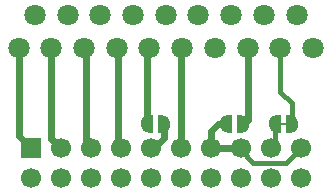
<source format=gbr>
G04 DipTrace 3.3.1.3*
G04 Bottom.gbr*
%MOIN*%
G04 #@! TF.FileFunction,Copper,L2,Bot*
G04 #@! TF.Part,Single*
%AMOUTLINE0*
4,1,14,
-0.01642,-0.014815,
-0.011571,-0.022199,
-0.00397,-0.027295,
0.005709,-0.029016,
0.019547,-0.029022,
0.019547,0.029022,
0.005512,0.029016,
-0.002975,0.027685,
-0.010255,0.024241,
-0.016113,0.017575,
-0.018537,0.011514,
-0.019547,0.003232,
-0.019547,-0.003232,
-0.018537,-0.009293,
-0.01642,-0.014815,
0*%
%AMOUTLINE1*
4,1,14,
0.01642,0.014815,
0.011571,0.022199,
0.00397,0.027295,
-0.005709,0.029016,
-0.019547,0.029022,
-0.019547,-0.029022,
-0.005512,-0.029016,
0.002975,-0.027685,
0.010255,-0.024241,
0.016113,-0.017575,
0.018537,-0.011514,
0.019547,-0.003232,
0.019547,0.003232,
0.018537,0.009293,
0.01642,0.014815,
0*%
G04 #@! TA.AperFunction,Conductor*
%ADD13C,0.023622*%
%ADD14C,0.015748*%
%ADD15C,0.007874*%
G04 #@! TA.AperFunction,ComponentPad*
%ADD16C,0.070866*%
%ADD17C,0.066929*%
%ADD18R,0.066929X0.066929*%
%ADD33OUTLINE0*%
%ADD34OUTLINE1*%
%FSLAX26Y26*%
G04*
G70*
G90*
G75*
G01*
G04 Bottom*
%LPD*%
X1343719Y643701D2*
D13*
Y972235D1*
X1348247Y976762D1*
X1566357D2*
Y738986D1*
X1552411Y725039D1*
X1231288D2*
Y968858D1*
X1239192Y976762D1*
X1715007Y725034D2*
D14*
Y793235D1*
X1675412Y832829D1*
Y976762D1*
X1643719Y643701D2*
X1657687D1*
Y725034D1*
D15*
X1715007D1*
X1130137Y976762D2*
D13*
X1133240D1*
Y654180D1*
X1143719Y643701D1*
X802971Y976762D2*
Y684449D1*
X843719Y643701D1*
X912026Y976762D2*
Y675394D1*
X943719Y643701D1*
X1021082Y976762D2*
X1028449D1*
Y658971D1*
X1043719Y643701D1*
X1543719D2*
X1443719D1*
X1543719D2*
D14*
Y636802D1*
X1585877Y594644D1*
X1694663D1*
X1743719Y643701D1*
X1495091Y725039D2*
D13*
X1468147D1*
X1443719Y700612D1*
Y643701D1*
X1243719D2*
X1253272D1*
X1288608Y679037D1*
Y725039D1*
D16*
X1784467Y976762D3*
X1729940Y1088573D3*
X1675412Y976762D3*
X1620885Y1088573D3*
X1566357Y976762D3*
X1511830Y1088573D3*
X1457302Y976762D3*
X1402774Y1088573D3*
X1348247Y976762D3*
X1293719Y1088573D3*
X1239192Y976762D3*
X1184664Y1088573D3*
X1130137Y976762D3*
X1075609Y1088573D3*
X1021082Y976762D3*
X966554Y1088573D3*
X912026Y976762D3*
X857499Y1088573D3*
X802971Y976762D3*
D17*
X1743719Y643701D3*
Y543701D3*
X1643719Y643701D3*
Y543701D3*
X1543719Y643701D3*
Y543701D3*
X1443719Y643701D3*
Y543701D3*
X1343719Y643701D3*
Y543701D3*
X1243719Y643701D3*
Y543701D3*
X1143719Y643701D3*
Y543701D3*
X1043719Y643701D3*
Y543701D3*
X943719Y643701D3*
Y543701D3*
D18*
X843719Y643701D3*
D17*
Y543701D3*
D33*
X1231288Y725039D3*
D34*
X1288608D3*
X1715007Y725034D3*
D33*
X1657687D3*
D34*
X1552411Y725039D3*
D33*
X1495091D3*
M02*

</source>
